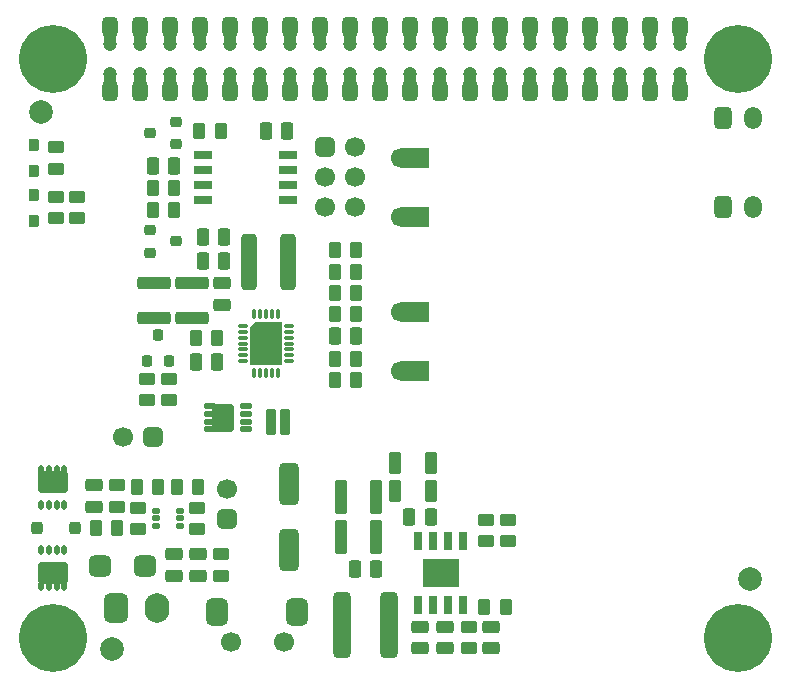
<source format=gts>
G04*
G04 #@! TF.GenerationSoftware,Altium Limited,Altium Designer,19.1.8 (144)*
G04*
G04 Layer_Color=20142*
%FSLAX25Y25*%
%MOIN*%
G70*
G01*
G75*
%ADD14R,0.03937X0.03268*%
G04:AMPARAMS|DCode=15|XSize=59.06mil|YSize=43.31mil|CornerRadius=11.81mil|HoleSize=0mil|Usage=FLASHONLY|Rotation=0.000|XOffset=0mil|YOffset=0mil|HoleType=Round|Shape=RoundedRectangle|*
%AMROUNDEDRECTD15*
21,1,0.05906,0.01968,0,0,0.0*
21,1,0.03543,0.04331,0,0,0.0*
1,1,0.02362,0.01772,-0.00984*
1,1,0.02362,-0.01772,-0.00984*
1,1,0.02362,-0.01772,0.00984*
1,1,0.02362,0.01772,0.00984*
%
%ADD15ROUNDEDRECTD15*%
G04:AMPARAMS|DCode=16|XSize=55.12mil|YSize=43.31mil|CornerRadius=11.81mil|HoleSize=0mil|Usage=FLASHONLY|Rotation=180.000|XOffset=0mil|YOffset=0mil|HoleType=Round|Shape=RoundedRectangle|*
%AMROUNDEDRECTD16*
21,1,0.05512,0.01968,0,0,180.0*
21,1,0.03150,0.04331,0,0,180.0*
1,1,0.02362,-0.01575,0.00984*
1,1,0.02362,0.01575,0.00984*
1,1,0.02362,0.01575,-0.00984*
1,1,0.02362,-0.01575,-0.00984*
%
%ADD16ROUNDEDRECTD16*%
G04:AMPARAMS|DCode=17|XSize=35.43mil|YSize=39.37mil|CornerRadius=9.84mil|HoleSize=0mil|Usage=FLASHONLY|Rotation=180.000|XOffset=0mil|YOffset=0mil|HoleType=Round|Shape=RoundedRectangle|*
%AMROUNDEDRECTD17*
21,1,0.03543,0.01968,0,0,180.0*
21,1,0.01575,0.03937,0,0,180.0*
1,1,0.01968,-0.00787,0.00984*
1,1,0.01968,0.00787,0.00984*
1,1,0.01968,0.00787,-0.00984*
1,1,0.01968,-0.00787,-0.00984*
%
%ADD17ROUNDEDRECTD17*%
G04:AMPARAMS|DCode=18|XSize=35.43mil|YSize=43.31mil|CornerRadius=9.84mil|HoleSize=0mil|Usage=FLASHONLY|Rotation=180.000|XOffset=0mil|YOffset=0mil|HoleType=Round|Shape=RoundedRectangle|*
%AMROUNDEDRECTD18*
21,1,0.03543,0.02362,0,0,180.0*
21,1,0.01575,0.04331,0,0,180.0*
1,1,0.01968,-0.00787,0.01181*
1,1,0.01968,0.00787,0.01181*
1,1,0.01968,0.00787,-0.01181*
1,1,0.01968,-0.00787,-0.01181*
%
%ADD18ROUNDEDRECTD18*%
G04:AMPARAMS|DCode=19|XSize=59.06mil|YSize=43.31mil|CornerRadius=11.81mil|HoleSize=0mil|Usage=FLASHONLY|Rotation=90.000|XOffset=0mil|YOffset=0mil|HoleType=Round|Shape=RoundedRectangle|*
%AMROUNDEDRECTD19*
21,1,0.05906,0.01968,0,0,90.0*
21,1,0.03543,0.04331,0,0,90.0*
1,1,0.02362,0.00984,0.01772*
1,1,0.02362,0.00984,-0.01772*
1,1,0.02362,-0.00984,-0.01772*
1,1,0.02362,-0.00984,0.01772*
%
%ADD19ROUNDEDRECTD19*%
G04:AMPARAMS|DCode=20|XSize=55.12mil|YSize=43.31mil|CornerRadius=11.81mil|HoleSize=0mil|Usage=FLASHONLY|Rotation=270.000|XOffset=0mil|YOffset=0mil|HoleType=Round|Shape=RoundedRectangle|*
%AMROUNDEDRECTD20*
21,1,0.05512,0.01968,0,0,270.0*
21,1,0.03150,0.04331,0,0,270.0*
1,1,0.02362,-0.00984,-0.01575*
1,1,0.02362,-0.00984,0.01575*
1,1,0.02362,0.00984,0.01575*
1,1,0.02362,0.00984,-0.01575*
%
%ADD20ROUNDEDRECTD20*%
G04:AMPARAMS|DCode=21|XSize=27.56mil|YSize=62.99mil|CornerRadius=7.87mil|HoleSize=0mil|Usage=FLASHONLY|Rotation=90.000|XOffset=0mil|YOffset=0mil|HoleType=Round|Shape=RoundedRectangle|*
%AMROUNDEDRECTD21*
21,1,0.02756,0.04724,0,0,90.0*
21,1,0.01181,0.06299,0,0,90.0*
1,1,0.01575,0.02362,0.00591*
1,1,0.01575,0.02362,-0.00591*
1,1,0.01575,-0.02362,-0.00591*
1,1,0.01575,-0.02362,0.00591*
%
%ADD21ROUNDEDRECTD21*%
G04:AMPARAMS|DCode=22|XSize=35.43mil|YSize=39.37mil|CornerRadius=9.84mil|HoleSize=0mil|Usage=FLASHONLY|Rotation=90.000|XOffset=0mil|YOffset=0mil|HoleType=Round|Shape=RoundedRectangle|*
%AMROUNDEDRECTD22*
21,1,0.03543,0.01968,0,0,90.0*
21,1,0.01575,0.03937,0,0,90.0*
1,1,0.01968,0.00984,0.00787*
1,1,0.01968,0.00984,-0.00787*
1,1,0.01968,-0.00984,-0.00787*
1,1,0.01968,-0.00984,0.00787*
%
%ADD22ROUNDEDRECTD22*%
%ADD23R,0.06299X0.10630*%
%ADD24O,0.01378X0.03347*%
%ADD25O,0.03347X0.01378*%
%ADD26R,0.12205X0.09449*%
G04:AMPARAMS|DCode=27|XSize=27.56mil|YSize=62.99mil|CornerRadius=7.87mil|HoleSize=0mil|Usage=FLASHONLY|Rotation=180.000|XOffset=0mil|YOffset=0mil|HoleType=Round|Shape=RoundedRectangle|*
%AMROUNDEDRECTD27*
21,1,0.02756,0.04724,0,0,180.0*
21,1,0.01181,0.06299,0,0,180.0*
1,1,0.01575,-0.00591,0.02362*
1,1,0.01575,0.00591,0.02362*
1,1,0.01575,0.00591,-0.02362*
1,1,0.01575,-0.00591,-0.02362*
%
%ADD27ROUNDEDRECTD27*%
G04:AMPARAMS|DCode=28|XSize=19.68mil|YSize=43.31mil|CornerRadius=5.91mil|HoleSize=0mil|Usage=FLASHONLY|Rotation=270.000|XOffset=0mil|YOffset=0mil|HoleType=Round|Shape=RoundedRectangle|*
%AMROUNDEDRECTD28*
21,1,0.01968,0.03150,0,0,270.0*
21,1,0.00787,0.04331,0,0,270.0*
1,1,0.01181,-0.01575,-0.00394*
1,1,0.01181,-0.01575,0.00394*
1,1,0.01181,0.01575,0.00394*
1,1,0.01181,0.01575,-0.00394*
%
%ADD28ROUNDEDRECTD28*%
G04:AMPARAMS|DCode=29|XSize=19.68mil|YSize=39.37mil|CornerRadius=5.91mil|HoleSize=0mil|Usage=FLASHONLY|Rotation=90.000|XOffset=0mil|YOffset=0mil|HoleType=Round|Shape=RoundedRectangle|*
%AMROUNDEDRECTD29*
21,1,0.01968,0.02756,0,0,90.0*
21,1,0.00787,0.03937,0,0,90.0*
1,1,0.01181,0.01378,0.00394*
1,1,0.01181,0.01378,-0.00394*
1,1,0.01181,-0.01378,-0.00394*
1,1,0.01181,-0.01378,0.00394*
%
%ADD29ROUNDEDRECTD29*%
G04:AMPARAMS|DCode=30|XSize=90.55mil|YSize=72.84mil|CornerRadius=5.41mil|HoleSize=0mil|Usage=FLASHONLY|Rotation=90.000|XOffset=0mil|YOffset=0mil|HoleType=Round|Shape=RoundedRectangle|*
%AMROUNDEDRECTD30*
21,1,0.09055,0.06201,0,0,90.0*
21,1,0.07972,0.07284,0,0,90.0*
1,1,0.01083,0.03100,0.03986*
1,1,0.01083,0.03100,-0.03986*
1,1,0.01083,-0.03100,-0.03986*
1,1,0.01083,-0.03100,0.03986*
%
%ADD30ROUNDEDRECTD30*%
%ADD31C,0.07874*%
G04:AMPARAMS|DCode=32|XSize=66.93mil|YSize=141.73mil|CornerRadius=17.72mil|HoleSize=0mil|Usage=FLASHONLY|Rotation=0.000|XOffset=0mil|YOffset=0mil|HoleType=Round|Shape=RoundedRectangle|*
%AMROUNDEDRECTD32*
21,1,0.06693,0.10630,0,0,0.0*
21,1,0.03150,0.14173,0,0,0.0*
1,1,0.03543,0.01575,-0.05315*
1,1,0.03543,-0.01575,-0.05315*
1,1,0.03543,-0.01575,0.05315*
1,1,0.03543,0.01575,0.05315*
%
%ADD32ROUNDEDRECTD32*%
G04:AMPARAMS|DCode=33|XSize=70.87mil|YSize=74.8mil|CornerRadius=18.7mil|HoleSize=0mil|Usage=FLASHONLY|Rotation=270.000|XOffset=0mil|YOffset=0mil|HoleType=Round|Shape=RoundedRectangle|*
%AMROUNDEDRECTD33*
21,1,0.07087,0.03740,0,0,270.0*
21,1,0.03347,0.07480,0,0,270.0*
1,1,0.03740,-0.01870,-0.01673*
1,1,0.03740,-0.01870,0.01673*
1,1,0.03740,0.01870,0.01673*
1,1,0.03740,0.01870,-0.01673*
%
%ADD33ROUNDEDRECTD33*%
G04:AMPARAMS|DCode=34|XSize=39.37mil|YSize=41.34mil|CornerRadius=10.83mil|HoleSize=0mil|Usage=FLASHONLY|Rotation=0.000|XOffset=0mil|YOffset=0mil|HoleType=Round|Shape=RoundedRectangle|*
%AMROUNDEDRECTD34*
21,1,0.03937,0.01968,0,0,0.0*
21,1,0.01772,0.04134,0,0,0.0*
1,1,0.02165,0.00886,-0.00984*
1,1,0.02165,-0.00886,-0.00984*
1,1,0.02165,-0.00886,0.00984*
1,1,0.02165,0.00886,0.00984*
%
%ADD34ROUNDEDRECTD34*%
G04:AMPARAMS|DCode=35|XSize=98.43mil|YSize=70.87mil|CornerRadius=5.32mil|HoleSize=0mil|Usage=FLASHONLY|Rotation=180.000|XOffset=0mil|YOffset=0mil|HoleType=Round|Shape=RoundedRectangle|*
%AMROUNDEDRECTD35*
21,1,0.09843,0.06024,0,0,180.0*
21,1,0.08780,0.07087,0,0,180.0*
1,1,0.01063,-0.04390,0.03012*
1,1,0.01063,0.04390,0.03012*
1,1,0.01063,0.04390,-0.03012*
1,1,0.01063,-0.04390,-0.03012*
%
%ADD35ROUNDEDRECTD35*%
G04:AMPARAMS|DCode=36|XSize=19.68mil|YSize=31.5mil|CornerRadius=5.91mil|HoleSize=0mil|Usage=FLASHONLY|Rotation=180.000|XOffset=0mil|YOffset=0mil|HoleType=Round|Shape=RoundedRectangle|*
%AMROUNDEDRECTD36*
21,1,0.01968,0.01968,0,0,180.0*
21,1,0.00787,0.03150,0,0,180.0*
1,1,0.01181,-0.00394,0.00984*
1,1,0.01181,0.00394,0.00984*
1,1,0.01181,0.00394,-0.00984*
1,1,0.01181,-0.00394,-0.00984*
%
%ADD36ROUNDEDRECTD36*%
G04:AMPARAMS|DCode=37|XSize=19.68mil|YSize=27.56mil|CornerRadius=5.91mil|HoleSize=0mil|Usage=FLASHONLY|Rotation=270.000|XOffset=0mil|YOffset=0mil|HoleType=Round|Shape=RoundedRectangle|*
%AMROUNDEDRECTD37*
21,1,0.01968,0.01575,0,0,270.0*
21,1,0.00787,0.02756,0,0,270.0*
1,1,0.01181,-0.00787,-0.00394*
1,1,0.01181,-0.00787,0.00394*
1,1,0.01181,0.00787,0.00394*
1,1,0.01181,0.00787,-0.00394*
%
%ADD37ROUNDEDRECTD37*%
G04:AMPARAMS|DCode=38|XSize=114.17mil|YSize=43.31mil|CornerRadius=11.81mil|HoleSize=0mil|Usage=FLASHONLY|Rotation=0.000|XOffset=0mil|YOffset=0mil|HoleType=Round|Shape=RoundedRectangle|*
%AMROUNDEDRECTD38*
21,1,0.11417,0.01968,0,0,0.0*
21,1,0.09055,0.04331,0,0,0.0*
1,1,0.02362,0.04528,-0.00984*
1,1,0.02362,-0.04528,-0.00984*
1,1,0.02362,-0.04528,0.00984*
1,1,0.02362,0.04528,0.00984*
%
%ADD38ROUNDEDRECTD38*%
G04:AMPARAMS|DCode=39|XSize=114.17mil|YSize=43.31mil|CornerRadius=11.81mil|HoleSize=0mil|Usage=FLASHONLY|Rotation=270.000|XOffset=0mil|YOffset=0mil|HoleType=Round|Shape=RoundedRectangle|*
%AMROUNDEDRECTD39*
21,1,0.11417,0.01968,0,0,270.0*
21,1,0.09055,0.04331,0,0,270.0*
1,1,0.02362,-0.00984,-0.04528*
1,1,0.02362,-0.00984,0.04528*
1,1,0.02362,0.00984,0.04528*
1,1,0.02362,0.00984,-0.04528*
%
%ADD39ROUNDEDRECTD39*%
G04:AMPARAMS|DCode=40|XSize=74.8mil|YSize=43.31mil|CornerRadius=11.81mil|HoleSize=0mil|Usage=FLASHONLY|Rotation=90.000|XOffset=0mil|YOffset=0mil|HoleType=Round|Shape=RoundedRectangle|*
%AMROUNDEDRECTD40*
21,1,0.07480,0.01968,0,0,90.0*
21,1,0.05118,0.04331,0,0,90.0*
1,1,0.02362,0.00984,0.02559*
1,1,0.02362,0.00984,-0.02559*
1,1,0.02362,-0.00984,-0.02559*
1,1,0.02362,-0.00984,0.02559*
%
%ADD40ROUNDEDRECTD40*%
G04:AMPARAMS|DCode=41|XSize=59.06mil|YSize=220.47mil|CornerRadius=15.75mil|HoleSize=0mil|Usage=FLASHONLY|Rotation=180.000|XOffset=0mil|YOffset=0mil|HoleType=Round|Shape=RoundedRectangle|*
%AMROUNDEDRECTD41*
21,1,0.05906,0.18898,0,0,180.0*
21,1,0.02756,0.22047,0,0,180.0*
1,1,0.03150,-0.01378,0.09449*
1,1,0.03150,0.01378,0.09449*
1,1,0.03150,0.01378,-0.09449*
1,1,0.03150,-0.01378,-0.09449*
%
%ADD41ROUNDEDRECTD41*%
G04:AMPARAMS|DCode=42|XSize=66.93mil|YSize=51.18mil|CornerRadius=13.78mil|HoleSize=0mil|Usage=FLASHONLY|Rotation=90.000|XOffset=0mil|YOffset=0mil|HoleType=Round|Shape=RoundedRectangle|*
%AMROUNDEDRECTD42*
21,1,0.06693,0.02362,0,0,90.0*
21,1,0.03937,0.05118,0,0,90.0*
1,1,0.02756,0.01181,0.01968*
1,1,0.02756,0.01181,-0.01968*
1,1,0.02756,-0.01181,-0.01968*
1,1,0.02756,-0.01181,0.01968*
%
%ADD42ROUNDEDRECTD42*%
G04:AMPARAMS|DCode=43|XSize=51.18mil|YSize=188.98mil|CornerRadius=13.78mil|HoleSize=0mil|Usage=FLASHONLY|Rotation=180.000|XOffset=0mil|YOffset=0mil|HoleType=Round|Shape=RoundedRectangle|*
%AMROUNDEDRECTD43*
21,1,0.05118,0.16142,0,0,180.0*
21,1,0.02362,0.18898,0,0,180.0*
1,1,0.02756,-0.01181,0.08071*
1,1,0.02756,0.01181,0.08071*
1,1,0.02756,0.01181,-0.08071*
1,1,0.02756,-0.01181,-0.08071*
%
%ADD43ROUNDEDRECTD43*%
G04:AMPARAMS|DCode=44|XSize=86.61mil|YSize=35.43mil|CornerRadius=9.84mil|HoleSize=0mil|Usage=FLASHONLY|Rotation=270.000|XOffset=0mil|YOffset=0mil|HoleType=Round|Shape=RoundedRectangle|*
%AMROUNDEDRECTD44*
21,1,0.08661,0.01575,0,0,270.0*
21,1,0.06693,0.03543,0,0,270.0*
1,1,0.01968,-0.00787,-0.03347*
1,1,0.01968,-0.00787,0.03347*
1,1,0.01968,0.00787,0.03347*
1,1,0.01968,0.00787,-0.03347*
%
%ADD44ROUNDEDRECTD44*%
%ADD45R,0.09646X0.06693*%
%ADD46C,0.06693*%
G04:AMPARAMS|DCode=47|XSize=66.93mil|YSize=66.93mil|CornerRadius=17.72mil|HoleSize=0mil|Usage=FLASHONLY|Rotation=0.000|XOffset=0mil|YOffset=0mil|HoleType=Round|Shape=RoundedRectangle|*
%AMROUNDEDRECTD47*
21,1,0.06693,0.03150,0,0,0.0*
21,1,0.03150,0.06693,0,0,0.0*
1,1,0.03543,0.01575,-0.01575*
1,1,0.03543,-0.01575,-0.01575*
1,1,0.03543,-0.01575,0.01575*
1,1,0.03543,0.01575,0.01575*
%
%ADD47ROUNDEDRECTD47*%
G04:AMPARAMS|DCode=48|XSize=74.8mil|YSize=90.55mil|CornerRadius=19.68mil|HoleSize=0mil|Usage=FLASHONLY|Rotation=180.000|XOffset=0mil|YOffset=0mil|HoleType=Round|Shape=RoundedRectangle|*
%AMROUNDEDRECTD48*
21,1,0.07480,0.05118,0,0,180.0*
21,1,0.03543,0.09055,0,0,180.0*
1,1,0.03937,-0.01772,0.02559*
1,1,0.03937,0.01772,0.02559*
1,1,0.03937,0.01772,-0.02559*
1,1,0.03937,-0.01772,-0.02559*
%
%ADD48ROUNDEDRECTD48*%
G04:AMPARAMS|DCode=49|XSize=59.06mil|YSize=74.8mil|CornerRadius=15.75mil|HoleSize=0mil|Usage=FLASHONLY|Rotation=0.000|XOffset=0mil|YOffset=0mil|HoleType=Round|Shape=RoundedRectangle|*
%AMROUNDEDRECTD49*
21,1,0.05906,0.04331,0,0,0.0*
21,1,0.02756,0.07480,0,0,0.0*
1,1,0.03150,0.01378,-0.02165*
1,1,0.03150,-0.01378,-0.02165*
1,1,0.03150,-0.01378,0.02165*
1,1,0.03150,0.01378,0.02165*
%
%ADD49ROUNDEDRECTD49*%
%ADD50O,0.05906X0.07480*%
%ADD51C,0.04724*%
%ADD52O,0.08268X0.09843*%
G04:AMPARAMS|DCode=53|XSize=82.68mil|YSize=98.43mil|CornerRadius=21.65mil|HoleSize=0mil|Usage=FLASHONLY|Rotation=0.000|XOffset=0mil|YOffset=0mil|HoleType=Round|Shape=RoundedRectangle|*
%AMROUNDEDRECTD53*
21,1,0.08268,0.05512,0,0,0.0*
21,1,0.03937,0.09843,0,0,0.0*
1,1,0.04331,0.01968,-0.02756*
1,1,0.04331,-0.01968,-0.02756*
1,1,0.04331,-0.01968,0.02756*
1,1,0.04331,0.01968,0.02756*
%
%ADD53ROUNDEDRECTD53*%
%ADD54C,0.22638*%
%ADD55C,0.02756*%
%ADD56C,0.02362*%
G36*
X89764Y119095D02*
X89803Y119095D01*
X89803D01*
X89803D01*
X89818Y119094D01*
X89842Y119092D01*
X89842Y119092D01*
X89842D01*
X89879Y119080D01*
X89951Y119050D01*
X89973Y119038D01*
X89985Y119032D01*
X90015Y119008D01*
X90070Y118952D01*
X90095Y118922D01*
X90113Y118888D01*
X90143Y118816D01*
X90155Y118779D01*
X90158Y118740D01*
Y118740D01*
Y118740D01*
Y118701D01*
X90158Y104921D01*
X90158Y104921D01*
X90158Y104882D01*
Y104882D01*
Y104882D01*
X90157Y104867D01*
X90155Y104844D01*
X90155Y104843D01*
Y104843D01*
X90143Y104806D01*
X90113Y104734D01*
X90101Y104712D01*
X90095Y104700D01*
X90070Y104670D01*
X90015Y104614D01*
X89985Y104590D01*
X89951Y104572D01*
X89879Y104542D01*
X89842Y104530D01*
X89803Y104527D01*
X89803D01*
X89803D01*
X79921D01*
X79921Y104527D01*
X79882Y104527D01*
X79844Y104530D01*
X79843Y104530D01*
X79843D01*
X79816Y104539D01*
X79806Y104542D01*
X79806D01*
X79806Y104542D01*
X79734Y104572D01*
X79700Y104590D01*
X79689Y104599D01*
X79670Y104614D01*
X79615Y104670D01*
X79615Y104670D01*
X79615Y104670D01*
X79608Y104678D01*
X79590Y104700D01*
X79579Y104720D01*
X79572Y104734D01*
X79542Y104806D01*
X79536Y104826D01*
X79530Y104843D01*
X79527Y104882D01*
Y104921D01*
X79527Y117323D01*
X79527Y117323D01*
X79530Y117361D01*
X79542Y117399D01*
X79560Y117433D01*
X79571Y117446D01*
X79584Y117463D01*
X79584Y117463D01*
X81159Y119037D01*
X81159Y119037D01*
X81184Y119058D01*
X81189Y119062D01*
X81205Y119070D01*
X81223Y119080D01*
X81261Y119091D01*
X81268Y119092D01*
X81299Y119095D01*
X81299Y119095D01*
X89764Y119095D01*
X89764Y119095D01*
D02*
G37*
D14*
X32953Y213327D02*
D03*
X42953D02*
D03*
X52953D02*
D03*
X62953D02*
D03*
X72953D02*
D03*
X82953D02*
D03*
X92953D02*
D03*
X102953D02*
D03*
X112953D02*
D03*
X122953D02*
D03*
X132952Y213327D02*
D03*
X142953D02*
D03*
X152953D02*
D03*
X162952D02*
D03*
X172952D02*
D03*
X182952D02*
D03*
X192953D02*
D03*
X202953D02*
D03*
X212953D02*
D03*
X222953D02*
D03*
X222953Y200059D02*
D03*
X212953D02*
D03*
X202953D02*
D03*
X192953D02*
D03*
X182953D02*
D03*
X172953D02*
D03*
X162953D02*
D03*
X152953D02*
D03*
X142953D02*
D03*
X132953D02*
D03*
X122953Y200059D02*
D03*
X112953D02*
D03*
X102953D02*
D03*
X92953D02*
D03*
X82953D02*
D03*
X72953D02*
D03*
X62953D02*
D03*
X52953D02*
D03*
X42953D02*
D03*
X32953D02*
D03*
D15*
X54331Y34449D02*
D03*
Y41536D02*
D03*
X62205Y34450D02*
D03*
Y41536D02*
D03*
X27559Y57480D02*
D03*
Y64567D02*
D03*
X159843Y10237D02*
D03*
Y17323D02*
D03*
X70079Y131890D02*
D03*
Y124803D02*
D03*
X144488Y10236D02*
D03*
Y17323D02*
D03*
X136221Y17323D02*
D03*
Y10237D02*
D03*
D16*
X69685Y41536D02*
D03*
Y34449D02*
D03*
X21949Y153543D02*
D03*
Y160630D02*
D03*
X45276Y100000D02*
D03*
Y92913D02*
D03*
X52362Y100000D02*
D03*
Y92913D02*
D03*
X165354Y46063D02*
D03*
Y53150D02*
D03*
X158268Y46063D02*
D03*
Y53150D02*
D03*
X35039Y57480D02*
D03*
Y64567D02*
D03*
X42323Y57087D02*
D03*
Y50000D02*
D03*
X62008Y50000D02*
D03*
Y57087D02*
D03*
X14961Y177165D02*
D03*
Y170079D02*
D03*
X14961Y153543D02*
D03*
Y160630D02*
D03*
X152362Y10236D02*
D03*
Y17323D02*
D03*
D17*
X45079Y105905D02*
D03*
X52559D02*
D03*
X48819Y114567D02*
D03*
D18*
X7480Y161418D02*
D03*
Y152756D02*
D03*
Y169292D02*
D03*
Y177953D02*
D03*
D19*
X91929Y182677D02*
D03*
X84842D02*
D03*
X47048Y171063D02*
D03*
X54134D02*
D03*
X139763Y53937D02*
D03*
X132677D02*
D03*
X70866Y147244D02*
D03*
X63779D02*
D03*
Y139370D02*
D03*
X70866D02*
D03*
X114961Y114173D02*
D03*
X107874D02*
D03*
X121654Y36614D02*
D03*
X114567D02*
D03*
X61417Y105709D02*
D03*
X68504D02*
D03*
D20*
X69685Y182677D02*
D03*
X62598D02*
D03*
X47047Y156496D02*
D03*
X54134D02*
D03*
X54134Y163583D02*
D03*
X47047D02*
D03*
X41732Y63976D02*
D03*
X48819D02*
D03*
X35236Y50394D02*
D03*
X28150D02*
D03*
X62205Y63976D02*
D03*
X55118D02*
D03*
X107874Y135827D02*
D03*
X114961D02*
D03*
X114961Y142913D02*
D03*
X107874D02*
D03*
X68504Y113583D02*
D03*
X61417D02*
D03*
X107874Y128740D02*
D03*
X114961D02*
D03*
X107874Y121653D02*
D03*
X114961D02*
D03*
X107874Y106693D02*
D03*
X114961D02*
D03*
X114961Y99606D02*
D03*
X107874D02*
D03*
X157677Y24016D02*
D03*
X164764D02*
D03*
D21*
X92126Y159823D02*
D03*
Y164823D02*
D03*
Y169823D02*
D03*
Y174823D02*
D03*
X63779Y159823D02*
D03*
Y164823D02*
D03*
Y169823D02*
D03*
Y174823D02*
D03*
D22*
X54921Y145866D02*
D03*
X46260Y142126D02*
D03*
Y149606D02*
D03*
X46260Y182087D02*
D03*
X54921Y185827D02*
D03*
Y178346D02*
D03*
D23*
X84842Y111811D02*
D03*
D24*
X80905Y121555D02*
D03*
X82874D02*
D03*
X84842D02*
D03*
X86811D02*
D03*
X88779D02*
D03*
Y102067D02*
D03*
X86811D02*
D03*
X84842D02*
D03*
X82874D02*
D03*
X80905D02*
D03*
D25*
X92618Y117717D02*
D03*
Y115748D02*
D03*
Y113779D02*
D03*
Y111811D02*
D03*
Y109843D02*
D03*
Y107874D02*
D03*
Y105905D02*
D03*
X77067D02*
D03*
Y107874D02*
D03*
Y109843D02*
D03*
Y111811D02*
D03*
Y113779D02*
D03*
Y115748D02*
D03*
Y117717D02*
D03*
D26*
X143111Y35433D02*
D03*
D27*
X135610Y24803D02*
D03*
X140610D02*
D03*
X145610D02*
D03*
X150610D02*
D03*
X135610Y46063D02*
D03*
X140610D02*
D03*
X145610D02*
D03*
X150610D02*
D03*
D28*
X78347Y88287D02*
D03*
Y83169D02*
D03*
Y85728D02*
D03*
Y90847D02*
D03*
D29*
X66339Y83169D02*
D03*
Y88287D02*
D03*
Y90847D02*
D03*
Y85728D02*
D03*
D30*
X70669Y87008D02*
D03*
D31*
X246063Y33465D02*
D03*
X33465Y9843D02*
D03*
X9843Y188976D02*
D03*
D32*
X92520Y42913D02*
D03*
Y64961D02*
D03*
D33*
X44488Y37795D02*
D03*
X29528D02*
D03*
D34*
X21260Y50394D02*
D03*
X8661D02*
D03*
D35*
X13780Y35236D02*
D03*
X13780Y65551D02*
D03*
D36*
X15059Y31102D02*
D03*
X9941D02*
D03*
X12500D02*
D03*
X17618D02*
D03*
X9941Y42913D02*
D03*
X15059D02*
D03*
X17618D02*
D03*
X12500D02*
D03*
X12500Y69685D02*
D03*
X17618D02*
D03*
X15059D02*
D03*
X9941D02*
D03*
X17618Y57874D02*
D03*
X12500D02*
D03*
X9941D02*
D03*
X15059D02*
D03*
D37*
X48228Y53543D02*
D03*
Y50984D02*
D03*
Y56102D02*
D03*
X56102D02*
D03*
Y53543D02*
D03*
Y50984D02*
D03*
D38*
X47638Y132087D02*
D03*
Y120276D02*
D03*
X60236Y132087D02*
D03*
Y120276D02*
D03*
D39*
X121653Y60630D02*
D03*
X109843D02*
D03*
X121653Y47244D02*
D03*
X109843D02*
D03*
D40*
X139764Y72047D02*
D03*
X127953D02*
D03*
X139764Y62598D02*
D03*
X127953D02*
D03*
D41*
X125984Y18110D02*
D03*
X110236D02*
D03*
D42*
X222953Y217323D02*
D03*
Y196063D02*
D03*
X212953Y217323D02*
D03*
Y196063D02*
D03*
X202953Y217323D02*
D03*
Y196063D02*
D03*
X192953Y217323D02*
D03*
Y196063D02*
D03*
X182953Y217323D02*
D03*
Y196063D02*
D03*
X172953Y217323D02*
D03*
Y196063D02*
D03*
X162953Y217323D02*
D03*
Y196063D02*
D03*
X152953Y217323D02*
D03*
Y196063D02*
D03*
X142953Y217323D02*
D03*
Y196063D02*
D03*
X132953Y217323D02*
D03*
Y196063D02*
D03*
X122953Y217323D02*
D03*
Y196063D02*
D03*
X112953Y217323D02*
D03*
Y196063D02*
D03*
X102953Y217323D02*
D03*
Y196063D02*
D03*
X92953Y217323D02*
D03*
Y196063D02*
D03*
X82953Y217323D02*
D03*
Y196063D02*
D03*
X72953Y217323D02*
D03*
Y196063D02*
D03*
X62953Y217323D02*
D03*
Y196063D02*
D03*
X52953Y217323D02*
D03*
Y196063D02*
D03*
X42953Y217323D02*
D03*
Y196063D02*
D03*
X32953Y217323D02*
D03*
Y196063D02*
D03*
D43*
X92323Y138976D02*
D03*
X79331D02*
D03*
D44*
X91339Y85827D02*
D03*
X86614D02*
D03*
D45*
X134547Y102559D02*
D03*
Y173819D02*
D03*
Y154134D02*
D03*
Y122244D02*
D03*
D46*
X114450Y177323D02*
D03*
X104449Y167323D02*
D03*
X114450D02*
D03*
Y157323D02*
D03*
X104449D02*
D03*
X71850Y63267D02*
D03*
X90748Y12402D02*
D03*
X73032D02*
D03*
X129921Y122244D02*
D03*
Y102559D02*
D03*
Y173819D02*
D03*
Y154134D02*
D03*
X37244Y80709D02*
D03*
D47*
X104449Y177323D02*
D03*
X71850Y53267D02*
D03*
X47244Y80709D02*
D03*
D48*
X95276Y22244D02*
D03*
X68504D02*
D03*
D49*
X237126Y157480D02*
D03*
Y187008D02*
D03*
D50*
X247126Y157480D02*
D03*
Y187008D02*
D03*
D51*
X212953Y211693D02*
D03*
X202953D02*
D03*
X172953D02*
D03*
X162953D02*
D03*
X132953D02*
D03*
X122953D02*
D03*
X92953D02*
D03*
X82953D02*
D03*
X52953D02*
D03*
X42953D02*
D03*
X222953D02*
D03*
X182953D02*
D03*
X192953D02*
D03*
X142953D02*
D03*
X152953D02*
D03*
X102953D02*
D03*
X112953D02*
D03*
X72953D02*
D03*
X62953D02*
D03*
X32953D02*
D03*
X212953Y201693D02*
D03*
X202953D02*
D03*
X172953D02*
D03*
X162953D02*
D03*
X132953D02*
D03*
X122953D02*
D03*
X92953D02*
D03*
X82953D02*
D03*
X52953D02*
D03*
X42953D02*
D03*
X222953D02*
D03*
X182953D02*
D03*
X192953D02*
D03*
X142953D02*
D03*
X152953D02*
D03*
X102953D02*
D03*
X112953D02*
D03*
X72953D02*
D03*
X62953D02*
D03*
X32953D02*
D03*
D52*
X48622Y23622D02*
D03*
D53*
X34843D02*
D03*
D54*
X242126Y206693D02*
D03*
Y13780D02*
D03*
X13780Y206693D02*
D03*
Y13780D02*
D03*
D55*
X82677Y116142D02*
D03*
X87008Y107480D02*
D03*
X82677D02*
D03*
X87008Y111811D02*
D03*
X82677D02*
D03*
X87008Y116142D02*
D03*
D56*
X143110Y37992D02*
D03*
Y32874D02*
D03*
X147835D02*
D03*
X138386Y37992D02*
D03*
X147835D02*
D03*
X138386Y32874D02*
D03*
M02*

</source>
